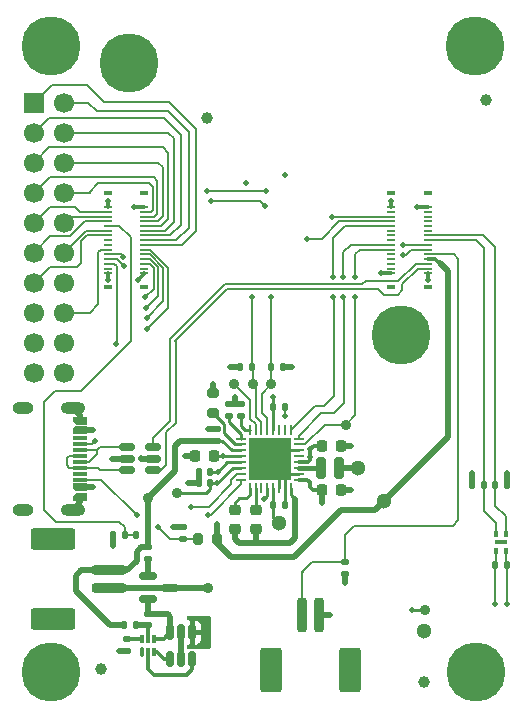
<source format=gbr>
%TF.GenerationSoftware,KiCad,Pcbnew,9.0.4-9.0.4-0~ubuntu24.04.1*%
%TF.CreationDate,2025-09-20T20:46:35+02:00*%
%TF.ProjectId,Sensor_Node_Base,53656e73-6f72-45f4-9e6f-64655f426173,rev?*%
%TF.SameCoordinates,Original*%
%TF.FileFunction,Copper,L1,Top*%
%TF.FilePolarity,Positive*%
%FSLAX46Y46*%
G04 Gerber Fmt 4.6, Leading zero omitted, Abs format (unit mm)*
G04 Created by KiCad (PCBNEW 9.0.4-9.0.4-0~ubuntu24.04.1) date 2025-09-20 20:46:35*
%MOMM*%
%LPD*%
G01*
G04 APERTURE LIST*
G04 Aperture macros list*
%AMRoundRect*
0 Rectangle with rounded corners*
0 $1 Rounding radius*
0 $2 $3 $4 $5 $6 $7 $8 $9 X,Y pos of 4 corners*
0 Add a 4 corners polygon primitive as box body*
4,1,4,$2,$3,$4,$5,$6,$7,$8,$9,$2,$3,0*
0 Add four circle primitives for the rounded corners*
1,1,$1+$1,$2,$3*
1,1,$1+$1,$4,$5*
1,1,$1+$1,$6,$7*
1,1,$1+$1,$8,$9*
0 Add four rect primitives between the rounded corners*
20,1,$1+$1,$2,$3,$4,$5,0*
20,1,$1+$1,$4,$5,$6,$7,0*
20,1,$1+$1,$6,$7,$8,$9,0*
20,1,$1+$1,$8,$9,$2,$3,0*%
%AMOutline5P*
0 Free polygon, 5 corners , with rotation*
0 The origin of the aperture is its center*
0 number of corners: always 5*
0 $1 to $10 corner X, Y*
0 $11 Rotation angle, in degrees counterclockwise*
0 create outline with 5 corners*
4,1,5,$1,$2,$3,$4,$5,$6,$7,$8,$9,$10,$1,$2,$11*%
%AMOutline6P*
0 Free polygon, 6 corners , with rotation*
0 The origin of the aperture is its center*
0 number of corners: always 6*
0 $1 to $12 corner X, Y*
0 $13 Rotation angle, in degrees counterclockwise*
0 create outline with 6 corners*
4,1,6,$1,$2,$3,$4,$5,$6,$7,$8,$9,$10,$11,$12,$1,$2,$13*%
%AMOutline7P*
0 Free polygon, 7 corners , with rotation*
0 The origin of the aperture is its center*
0 number of corners: always 7*
0 $1 to $14 corner X, Y*
0 $15 Rotation angle, in degrees counterclockwise*
0 create outline with 7 corners*
4,1,7,$1,$2,$3,$4,$5,$6,$7,$8,$9,$10,$11,$12,$13,$14,$1,$2,$15*%
%AMOutline8P*
0 Free polygon, 8 corners , with rotation*
0 The origin of the aperture is its center*
0 number of corners: always 8*
0 $1 to $16 corner X, Y*
0 $17 Rotation angle, in degrees counterclockwise*
0 create outline with 8 corners*
4,1,8,$1,$2,$3,$4,$5,$6,$7,$8,$9,$10,$11,$12,$13,$14,$15,$16,$1,$2,$17*%
G04 Aperture macros list end*
%TA.AperFunction,ComponentPad*%
%ADD10R,1.700000X1.700000*%
%TD*%
%TA.AperFunction,ComponentPad*%
%ADD11C,1.700000*%
%TD*%
%TA.AperFunction,SMDPad,CuDef*%
%ADD12RoundRect,0.200000X-0.200000X-1.250000X0.200000X-1.250000X0.200000X1.250000X-0.200000X1.250000X0*%
%TD*%
%TA.AperFunction,SMDPad,CuDef*%
%ADD13RoundRect,0.250000X-0.650000X-1.650000X0.650000X-1.650000X0.650000X1.650000X-0.650000X1.650000X0*%
%TD*%
%TA.AperFunction,SMDPad,CuDef*%
%ADD14RoundRect,0.135000X0.135000X0.185000X-0.135000X0.185000X-0.135000X-0.185000X0.135000X-0.185000X0*%
%TD*%
%TA.AperFunction,SMDPad,CuDef*%
%ADD15C,0.900000*%
%TD*%
%TA.AperFunction,SMDPad,CuDef*%
%ADD16RoundRect,0.135000X-0.185000X0.135000X-0.185000X-0.135000X0.185000X-0.135000X0.185000X0.135000X0*%
%TD*%
%TA.AperFunction,SMDPad,CuDef*%
%ADD17RoundRect,0.225000X0.225000X0.250000X-0.225000X0.250000X-0.225000X-0.250000X0.225000X-0.250000X0*%
%TD*%
%TA.AperFunction,SMDPad,CuDef*%
%ADD18RoundRect,0.150000X0.512500X0.150000X-0.512500X0.150000X-0.512500X-0.150000X0.512500X-0.150000X0*%
%TD*%
%TA.AperFunction,SMDPad,CuDef*%
%ADD19RoundRect,0.135000X-0.135000X-0.185000X0.135000X-0.185000X0.135000X0.185000X-0.135000X0.185000X0*%
%TD*%
%TA.AperFunction,SMDPad,CuDef*%
%ADD20R,0.700000X0.200000*%
%TD*%
%TA.AperFunction,ComponentPad*%
%ADD21C,0.800000*%
%TD*%
%TA.AperFunction,ComponentPad*%
%ADD22C,5.000000*%
%TD*%
%TA.AperFunction,SMDPad,CuDef*%
%ADD23R,0.660000X0.350000*%
%TD*%
%TA.AperFunction,SMDPad,CuDef*%
%ADD24R,0.700000X0.350000*%
%TD*%
%TA.AperFunction,SMDPad,CuDef*%
%ADD25RoundRect,0.140000X0.170000X-0.140000X0.170000X0.140000X-0.170000X0.140000X-0.170000X-0.140000X0*%
%TD*%
%TA.AperFunction,SMDPad,CuDef*%
%ADD26RoundRect,0.135000X0.185000X-0.135000X0.185000X0.135000X-0.185000X0.135000X-0.185000X-0.135000X0*%
%TD*%
%TA.AperFunction,SMDPad,CuDef*%
%ADD27RoundRect,0.225000X-0.225000X-0.250000X0.225000X-0.250000X0.225000X0.250000X-0.225000X0.250000X0*%
%TD*%
%TA.AperFunction,SMDPad,CuDef*%
%ADD28RoundRect,0.062500X0.337500X0.062500X-0.337500X0.062500X-0.337500X-0.062500X0.337500X-0.062500X0*%
%TD*%
%TA.AperFunction,SMDPad,CuDef*%
%ADD29RoundRect,0.062500X0.062500X0.337500X-0.062500X0.337500X-0.062500X-0.337500X0.062500X-0.337500X0*%
%TD*%
%TA.AperFunction,HeatsinkPad*%
%ADD30C,0.500000*%
%TD*%
%TA.AperFunction,HeatsinkPad*%
%ADD31R,3.600000X3.600000*%
%TD*%
%TA.AperFunction,SMDPad,CuDef*%
%ADD32RoundRect,0.140000X-0.140000X-0.170000X0.140000X-0.170000X0.140000X0.170000X-0.140000X0.170000X0*%
%TD*%
%TA.AperFunction,SMDPad,CuDef*%
%ADD33C,1.000000*%
%TD*%
%TA.AperFunction,SMDPad,CuDef*%
%ADD34RoundRect,0.200000X-1.250000X0.200000X-1.250000X-0.200000X1.250000X-0.200000X1.250000X0.200000X0*%
%TD*%
%TA.AperFunction,SMDPad,CuDef*%
%ADD35RoundRect,0.250000X-1.650000X0.650000X-1.650000X-0.650000X1.650000X-0.650000X1.650000X0.650000X0*%
%TD*%
%TA.AperFunction,SMDPad,CuDef*%
%ADD36RoundRect,0.218750X-0.256250X0.218750X-0.256250X-0.218750X0.256250X-0.218750X0.256250X0.218750X0*%
%TD*%
%TA.AperFunction,SMDPad,CuDef*%
%ADD37RoundRect,0.140000X0.140000X0.170000X-0.140000X0.170000X-0.140000X-0.170000X0.140000X-0.170000X0*%
%TD*%
%TA.AperFunction,SMDPad,CuDef*%
%ADD38RoundRect,0.200000X-0.200000X0.700000X-0.200000X-0.700000X0.200000X-0.700000X0.200000X0.700000X0*%
%TD*%
%TA.AperFunction,SMDPad,CuDef*%
%ADD39Outline5P,-0.300000X0.575000X0.300000X0.575000X0.300000X-0.365000X0.090000X-0.575000X-0.300000X-0.575000X270.000000*%
%TD*%
%TA.AperFunction,SMDPad,CuDef*%
%ADD40Outline5P,-0.300000X0.620000X0.300000X0.620000X0.300000X-0.620000X-0.090000X-0.620000X-0.300000X-0.410000X270.000000*%
%TD*%
%TA.AperFunction,SMDPad,CuDef*%
%ADD41R,1.240000X0.300000*%
%TD*%
%TA.AperFunction,SMDPad,CuDef*%
%ADD42Outline5P,-0.300000X0.620000X0.300000X0.620000X0.300000X-0.410000X0.090000X-0.620000X-0.300000X-0.620000X270.000000*%
%TD*%
%TA.AperFunction,SMDPad,CuDef*%
%ADD43Outline5P,-0.300000X0.575000X0.300000X0.575000X0.300000X-0.575000X-0.090000X-0.575000X-0.300000X-0.365000X270.000000*%
%TD*%
%TA.AperFunction,ComponentPad*%
%ADD44O,2.100000X1.000000*%
%TD*%
%TA.AperFunction,ComponentPad*%
%ADD45O,1.800000X1.000000*%
%TD*%
%TA.AperFunction,ComponentPad*%
%ADD46C,1.300000*%
%TD*%
%TA.AperFunction,SMDPad,CuDef*%
%ADD47RoundRect,0.200000X0.200000X0.275000X-0.200000X0.275000X-0.200000X-0.275000X0.200000X-0.275000X0*%
%TD*%
%TA.AperFunction,SMDPad,CuDef*%
%ADD48RoundRect,0.070000X-0.070000X-0.355000X0.070000X-0.355000X0.070000X0.355000X-0.070000X0.355000X0*%
%TD*%
%TA.AperFunction,SMDPad,CuDef*%
%ADD49RoundRect,0.070000X-0.070000X-0.305000X0.070000X-0.305000X0.070000X0.305000X-0.070000X0.305000X0*%
%TD*%
%TA.AperFunction,SMDPad,CuDef*%
%ADD50RoundRect,0.150000X-0.587500X-0.150000X0.587500X-0.150000X0.587500X0.150000X-0.587500X0.150000X0*%
%TD*%
%TA.AperFunction,SMDPad,CuDef*%
%ADD51R,0.300000X0.500000*%
%TD*%
%TA.AperFunction,ComponentPad*%
%ADD52C,0.400000*%
%TD*%
%TA.AperFunction,SMDPad,CuDef*%
%ADD53RoundRect,0.100000X0.400000X0.100000X-0.400000X0.100000X-0.400000X-0.100000X0.400000X-0.100000X0*%
%TD*%
%TA.AperFunction,SMDPad,CuDef*%
%ADD54RoundRect,0.200000X0.275000X-0.200000X0.275000X0.200000X-0.275000X0.200000X-0.275000X-0.200000X0*%
%TD*%
%TA.AperFunction,SMDPad,CuDef*%
%ADD55RoundRect,0.150000X-0.150000X0.512500X-0.150000X-0.512500X0.150000X-0.512500X0.150000X0.512500X0*%
%TD*%
%TA.AperFunction,ViaPad*%
%ADD56C,0.500000*%
%TD*%
%TA.AperFunction,Conductor*%
%ADD57C,0.150000*%
%TD*%
%TA.AperFunction,Conductor*%
%ADD58C,0.250000*%
%TD*%
%TA.AperFunction,Conductor*%
%ADD59C,0.500000*%
%TD*%
%TA.AperFunction,Conductor*%
%ADD60C,0.300000*%
%TD*%
%TA.AperFunction,Conductor*%
%ADD61C,0.200000*%
%TD*%
%TA.AperFunction,Conductor*%
%ADD62C,0.390000*%
%TD*%
G04 APERTURE END LIST*
D10*
%TO.P,J201,1,Pin_1*%
%TO.N,P1.08*%
X123700000Y-86610000D03*
D11*
%TO.P,J201,2,Pin_2*%
%TO.N,P0.30*%
X126240000Y-86610000D03*
%TO.P,J201,3,Pin_3*%
%TO.N,P0.28*%
X123700000Y-89150000D03*
%TO.P,J201,4,Pin_4*%
%TO.N,P0.03*%
X126240000Y-89150000D03*
%TO.P,J201,5,Pin_5*%
%TO.N,P1.14*%
X123700000Y-91690000D03*
%TO.P,J201,6,Pin_6*%
%TO.N,P1.12*%
X126240000Y-91690000D03*
%TO.P,J201,7,Pin_7*%
%TO.N,P1.11*%
X123700000Y-94230000D03*
%TO.P,J201,8,Pin_8*%
%TO.N,P0.10*%
X126240000Y-94230000D03*
%TO.P,J201,9,Pin_9*%
%TO.N,P1.10*%
X123700000Y-96770000D03*
%TO.P,J201,10,Pin_10*%
%TO.N,P1.13*%
X126240000Y-96770000D03*
%TO.P,J201,11,Pin_11*%
%TO.N,P1.15*%
X123700000Y-99310000D03*
%TO.P,J201,12,Pin_12*%
%TO.N,P0.29*%
X126240000Y-99310000D03*
%TO.P,J201,13,Pin_13*%
%TO.N,P0.31*%
X123700000Y-101850000D03*
%TO.P,J201,14,Pin_14*%
%TO.N,unconnected-(J201-Pin_14-Pad14)*%
X126240000Y-101850000D03*
%TO.P,J201,15,Pin_15*%
%TO.N,unconnected-(J201-Pin_15-Pad15)*%
X123700000Y-104390000D03*
%TO.P,J201,16,Pin_16*%
%TO.N,P0.26*%
X126240000Y-104390000D03*
%TO.P,J201,17,Pin_17*%
%TO.N,P0.11*%
X123700000Y-106930000D03*
%TO.P,J201,18,Pin_18*%
%TO.N,P0.27*%
X126240000Y-106930000D03*
%TO.P,J201,19,Pin_19*%
%TO.N,P0.05*%
X123700000Y-109470000D03*
%TO.P,J201,20,Pin_20*%
%TO.N,P0.06*%
X126240000Y-109470000D03*
%TD*%
D12*
%TO.P,CON102,1,Pin_1*%
%TO.N,/MCU/NRF_EXT_INT*%
X146330000Y-129980000D03*
%TO.P,CON102,2,Pin_2*%
%TO.N,GND*%
X147830000Y-129980000D03*
D13*
%TO.P,CON102,SH,MountPin*%
%TO.N,unconnected-(CON102-MountPin-PadSH)*%
X143730000Y-134680000D03*
X150430000Y-134680000D03*
%TD*%
D14*
%TO.P,R207,1*%
%TO.N,/MCU/+1.8V_LS1*%
X163720000Y-119000000D03*
%TO.P,R207,2*%
%TO.N,NRF_I2C_SDA*%
X162700000Y-119000000D03*
%TD*%
D15*
%TO.P,TP302,1,1*%
%TO.N,/MCU/+3.7V_BAT*%
X133340000Y-120120000D03*
%TD*%
D16*
%TO.P,R301,1*%
%TO.N,/MCU/+3.7V_BAT*%
X133330000Y-124250000D03*
%TO.P,R301,2*%
%TO.N,Net-(T301-G)*%
X133330000Y-125270000D03*
%TD*%
D17*
%TO.P,C306,1*%
%TO.N,/POWER/VSYS*%
X138880000Y-116560000D03*
%TO.P,C306,2*%
%TO.N,GND*%
X137330000Y-116560000D03*
%TD*%
D16*
%TO.P,R302,1*%
%TO.N,Net-(IC301-V-)*%
X131590000Y-132020000D03*
%TO.P,R302,2*%
%TO.N,GND*%
X131590000Y-133040000D03*
%TD*%
D14*
%TO.P,R210,1*%
%TO.N,/MCU/+3.7V_BAT*%
X133310000Y-123260000D03*
%TO.P,R210,2*%
%TO.N,3.7V_BAT_Sense*%
X132290000Y-123260000D03*
%TD*%
D18*
%TO.P,D101,1,I/O1*%
%TO.N,/MCU/USB_D+*%
X133787500Y-117712500D03*
%TO.P,D101,2,GND*%
%TO.N,GND*%
X133787500Y-116762500D03*
%TO.P,D101,3,I/O2*%
%TO.N,/MCU/USB_D-*%
X133787500Y-115812500D03*
%TO.P,D101,4,I/O2*%
%TO.N,Net-(CON101-D--PadA7)*%
X131512500Y-115812500D03*
%TO.P,D101,5,VBUS*%
%TO.N,/POWER/+5V_VBUSIN*%
X131512500Y-116762500D03*
%TO.P,D101,6,I/O1*%
%TO.N,Net-(CON101-D+-PadA6)*%
X131512500Y-117712500D03*
%TD*%
D19*
%TO.P,R208,1*%
%TO.N,/MCU/+1.8V_VDD_nRF*%
X141140000Y-109000000D03*
%TO.P,R208,2*%
%TO.N,/MCU/NRF_PMIC_SCL*%
X142160000Y-109000000D03*
%TD*%
D20*
%TO.P,M201,1,VDD*%
%TO.N,/MCU/+1.8V_VDD_nRF*%
X133000000Y-95470000D03*
D21*
%TO.P,M201,2,GND*%
%TO.N,GND*%
X129885000Y-83270000D03*
D20*
X129920000Y-95470000D03*
D21*
X130434175Y-81944175D03*
X130434175Y-84595825D03*
X131760000Y-81395000D03*
D22*
X131760000Y-83270000D03*
D21*
X131760000Y-85145000D03*
X133085825Y-81944175D03*
X133085825Y-84595825D03*
X133635000Y-83270000D03*
X152885000Y-106270000D03*
X153434175Y-104944175D03*
X153434175Y-107595825D03*
X154760000Y-104395000D03*
D22*
X154760000Y-106270000D03*
D21*
X154760000Y-108145000D03*
X156085825Y-104944175D03*
X156085825Y-107595825D03*
X156635000Y-106270000D03*
D20*
%TO.P,M201,3,P0.10*%
%TO.N,P0.10*%
X133000000Y-95870000D03*
%TO.P,M201,4,P1.10*%
%TO.N,P1.10*%
X129920000Y-95870000D03*
%TO.P,M201,5,P1.11*%
%TO.N,P1.11*%
X133000000Y-96270000D03*
%TO.P,M201,6,P1.13*%
%TO.N,P1.13*%
X129920000Y-96270000D03*
%TO.P,M201,7,P1.12*%
%TO.N,P1.12*%
X133000000Y-96670000D03*
%TO.P,M201,8,P1.15*%
%TO.N,P1.15*%
X129920000Y-96670000D03*
%TO.P,M201,9,P1.14*%
%TO.N,P1.14*%
X133000000Y-97070000D03*
%TO.P,M201,10,P0.02*%
%TO.N,3.7V_BAT_Sense*%
X129920000Y-97070000D03*
%TO.P,M201,11,P0.03*%
%TO.N,P0.03*%
X133000000Y-97470000D03*
%TO.P,M201,12,P0.29*%
%TO.N,P0.29*%
X129920000Y-97470000D03*
%TO.P,M201,13,P0.28*%
%TO.N,P0.28*%
X133000000Y-97870000D03*
%TO.P,M201,14,P0.31*%
%TO.N,P0.31*%
X129920000Y-97870000D03*
%TO.P,M201,15,P0.30*%
%TO.N,P0.30*%
X133000000Y-98270000D03*
%TO.P,M201,16,NC*%
%TO.N,unconnected-(M201A-NC-Pad16)*%
X129920000Y-98270000D03*
%TO.P,M201,17,P1.08*%
%TO.N,P1.08*%
X133000000Y-98670000D03*
%TO.P,M201,18,NC*%
%TO.N,unconnected-(M201A-NC-Pad18)*%
X129920000Y-98670000D03*
%TO.P,M201,19,P0.06*%
%TO.N,P0.06*%
X133000000Y-99070000D03*
%TO.P,M201,20,P0.26*%
%TO.N,P0.26*%
X129920000Y-99070000D03*
%TO.P,M201,21,P0.05*%
%TO.N,P0.05*%
X133000000Y-99470000D03*
%TO.P,M201,22,U_RX*%
%TO.N,NRF_UART_RX*%
X129920000Y-99470000D03*
%TO.P,M201,23,P0.27*%
%TO.N,P0.27*%
X133000000Y-99870000D03*
%TO.P,M201,24,U_TX*%
%TO.N,NRF_UART_TX*%
X129920000Y-99870000D03*
%TO.P,M201,25,P0.11*%
%TO.N,P0.11*%
X133000000Y-100270000D03*
%TO.P,M201,26,P0.04*%
%TO.N,P0.04*%
X129920000Y-100270000D03*
%TO.P,M201,27,NC*%
%TO.N,unconnected-(M201A-NC-Pad27)*%
X133000000Y-100670000D03*
%TO.P,M201,28,NC*%
%TO.N,unconnected-(M201A-NC-Pad28)*%
X129920000Y-100670000D03*
%TO.P,M201,29,GND*%
%TO.N,GND*%
X133000000Y-101070000D03*
%TO.P,M201,30,VDD*%
%TO.N,/MCU/+1.8V_VDD_nRF*%
X129920000Y-101070000D03*
%TO.P,M201,31,VDD*%
X157000000Y-95470000D03*
%TO.P,M201,32,GND*%
%TO.N,GND*%
X153920000Y-95470000D03*
%TO.P,M201,33,P0.09*%
%TO.N,unconnected-(M201B-P0.09-Pad33)*%
X157000000Y-95870000D03*
%TO.P,M201,34,P1.02*%
%TO.N,unconnected-(M201B-P1.02-Pad34)*%
X153920000Y-95870000D03*
%TO.P,M201,35,P1.06*%
%TO.N,unconnected-(M201B-P1.06-Pad35)*%
X157000000Y-96270000D03*
%TO.P,M201,36,SWCLK*%
%TO.N,NRF_SWCLK*%
X153920000Y-96270000D03*
%TO.P,M201,37,P1.04*%
%TO.N,unconnected-(M201B-P1.04-Pad37)*%
X157000000Y-96670000D03*
%TO.P,M201,38,SWDIO*%
%TO.N,NRF_SWDIO*%
X153920000Y-96670000D03*
%TO.P,M201,39,P1.00*%
%TO.N,unconnected-(M201B-P1.00-Pad39)*%
X157000000Y-97070000D03*
%TO.P,M201,40,P1.07*%
%TO.N,/MCU/LS1_CTRL*%
X153920000Y-97070000D03*
%TO.P,M201,41,P0.24*%
%TO.N,unconnected-(M201B-P0.24-Pad41)*%
X157000000Y-97470000D03*
%TO.P,M201,42,P1.05*%
%TO.N,unconnected-(M201B-P1.05-Pad42)*%
X153920000Y-97470000D03*
%TO.P,M201,43,P0.22*%
%TO.N,NRF_I2C_SDA*%
X157000000Y-97870000D03*
%TO.P,M201,44,P1.03*%
%TO.N,unconnected-(M201B-P1.03-Pad44)*%
X153920000Y-97870000D03*
%TO.P,M201,45,P0.20*%
%TO.N,NRF_I2C_SCL*%
X157000000Y-98270000D03*
%TO.P,M201,46,P1.01*%
%TO.N,unconnected-(M201B-P1.01-Pad46)*%
X153920000Y-98270000D03*
%TO.P,M201,47,P0.17*%
%TO.N,/MCU/NRF_PMIC_SCL*%
X157000000Y-98670000D03*
%TO.P,M201,48,P0.25*%
%TO.N,/MCU/NRF_PMIC_INT*%
X153920000Y-98670000D03*
%TO.P,M201,49,P0.15*%
%TO.N,/MCU/NRF_PMIC_SDA*%
X157000000Y-99070000D03*
%TO.P,M201,50,P0.23*%
%TO.N,/MCU/NRF_PMIC_RST*%
X153920000Y-99070000D03*
%TO.P,M201,51,P0.13*%
%TO.N,/MCU/NRF_EXT_INT*%
X157000000Y-99470000D03*
%TO.P,M201,52,P0.21*%
%TO.N,unconnected-(M201B-P0.21-Pad52)*%
X153920000Y-99470000D03*
%TO.P,M201,53,VBUS*%
%TO.N,/MCU/+5V_VBUS*%
X157000000Y-99870000D03*
%TO.P,M201,54,P0.19*%
%TO.N,unconnected-(M201B-P0.19-Pad54)*%
X153920000Y-99870000D03*
%TO.P,M201,55,USB+*%
%TO.N,/MCU/USB_D-*%
X157000000Y-100270000D03*
%TO.P,M201,56,P0.16*%
%TO.N,unconnected-(M201B-P0.16-Pad56)*%
X153920000Y-100270000D03*
%TO.P,M201,57,USB-*%
%TO.N,/MCU/USB_D+*%
X157000000Y-100670000D03*
%TO.P,M201,58,P0.14*%
%TO.N,unconnected-(M201B-P0.14-Pad58)*%
X153920000Y-100670000D03*
%TO.P,M201,59,GND*%
%TO.N,GND*%
X157000000Y-101070000D03*
%TO.P,M201,60,VDDH*%
%TO.N,/MCU/+1.8V_VDD_nRF*%
X153920000Y-101070000D03*
D23*
%TO.P,M201,SH*%
%TO.N,N/C*%
X129920000Y-94270000D03*
X129920000Y-102270000D03*
D24*
X133000000Y-94270000D03*
D23*
X133000000Y-102270000D03*
X153920000Y-94270000D03*
X153920000Y-102270000D03*
D24*
X157000000Y-94270000D03*
D23*
X157000000Y-102270000D03*
%TD*%
D15*
%TO.P,TP305,1,1*%
%TO.N,/POWER/SHPHLD*%
X140630000Y-110480000D03*
%TD*%
D25*
%TO.P,C303,1*%
%TO.N,/MCU/+3.7V_BAT*%
X139130000Y-115240000D03*
%TO.P,C303,2*%
%TO.N,GND*%
X139130000Y-114280000D03*
%TD*%
D26*
%TO.P,R205,1*%
%TO.N,/MCU/+1.8V_VDD_nRF*%
X149990000Y-126530000D03*
%TO.P,R205,2*%
%TO.N,/MCU/NRF_EXT_INT*%
X149990000Y-125510000D03*
%TD*%
%TO.P,R305,1*%
%TO.N,Net-(IC302-VSET2)*%
X141200000Y-113130000D03*
%TO.P,R305,2*%
%TO.N,GND*%
X141200000Y-112110000D03*
%TD*%
%TO.P,R304,1*%
%TO.N,Net-(IC302-VSET1)*%
X140150000Y-113130000D03*
%TO.P,R304,2*%
%TO.N,GND*%
X140150000Y-112110000D03*
%TD*%
D27*
%TO.P,C305,1*%
%TO.N,/MCU/+1.8V_VDD_nRF*%
X148080000Y-119460000D03*
%TO.P,C305,2*%
%TO.N,GND*%
X149630000Y-119460000D03*
%TD*%
D26*
%TO.P,R202,1*%
%TO.N,P0.04*%
X136285000Y-123550000D03*
%TO.P,R202,2*%
%TO.N,GND*%
X136285000Y-122530000D03*
%TD*%
D28*
%TO.P,IC302,1,VOUT1*%
%TO.N,/MCU/+1.8V_VDD_nRF*%
X146130000Y-118560000D03*
%TO.P,IC302,2,PVSS1*%
%TO.N,GND*%
X146130000Y-118060000D03*
%TO.P,IC302,3,SW1*%
%TO.N,/POWER/SW1*%
X146130000Y-117560000D03*
%TO.P,IC302,4,PVDD*%
%TO.N,/POWER/VSYS*%
X146130000Y-117060000D03*
%TO.P,IC302,5,SW2*%
%TO.N,unconnected-(IC302-SW2-Pad5)*%
X146130000Y-116560000D03*
%TO.P,IC302,6,PVSS2*%
%TO.N,GND*%
X146130000Y-116060000D03*
%TO.P,IC302,7,GPIO0*%
%TO.N,/MCU/NRF_PMIC_RST*%
X146130000Y-115560000D03*
%TO.P,IC302,8,GPIO1*%
%TO.N,/MCU/NRF_PMIC_INT*%
X146130000Y-115060000D03*
D29*
%TO.P,IC302,9,GPIO2*%
%TO.N,/MCU/LS1_CTRL*%
X145430000Y-114360000D03*
%TO.P,IC302,10,GPIO3*%
%TO.N,unconnected-(IC302-GPIO3-Pad10)*%
X144930000Y-114360000D03*
%TO.P,IC302,11,GPIO4*%
%TO.N,unconnected-(IC302-GPIO4-Pad11)*%
X144430000Y-114360000D03*
%TO.P,IC302,12,VDDIO*%
%TO.N,/MCU/+1.8V_VDD_nRF*%
X143930000Y-114360000D03*
%TO.P,IC302,13,SDA*%
%TO.N,/MCU/NRF_PMIC_SDA*%
X143430000Y-114360000D03*
%TO.P,IC302,14,SCL*%
%TO.N,/MCU/NRF_PMIC_SCL*%
X142930000Y-114360000D03*
%TO.P,IC302,15,SHPHLD*%
%TO.N,/POWER/SHPHLD*%
X142430000Y-114360000D03*
%TO.P,IC302,16,VSET2*%
%TO.N,Net-(IC302-VSET2)*%
X141930000Y-114360000D03*
D28*
%TO.P,IC302,17,VSET1*%
%TO.N,Net-(IC302-VSET1)*%
X141230000Y-115060000D03*
%TO.P,IC302,18,NTC*%
%TO.N,/POWER/PMIC_NTC*%
X141230000Y-115560000D03*
%TO.P,IC302,19,VBAT*%
%TO.N,/MCU/+3.7V_BAT*%
X141230000Y-116060000D03*
%TO.P,IC302,20,VSYS*%
%TO.N,/POWER/VSYS*%
X141230000Y-116560000D03*
%TO.P,IC302,21,VBUS*%
%TO.N,/POWER/+5V_VBUSIN*%
X141230000Y-117060000D03*
%TO.P,IC302,22,VBUSOUT*%
%TO.N,/MCU/+5V_VBUS*%
X141230000Y-117560000D03*
%TO.P,IC302,23,CC1*%
%TO.N,/POWER/CC1*%
X141230000Y-118060000D03*
%TO.P,IC302,24,CC2*%
%TO.N,/POWER/CC2*%
X141230000Y-118560000D03*
D29*
%TO.P,IC302,25,LED0*%
%TO.N,Net-(D302-K)*%
X141930000Y-119260000D03*
%TO.P,IC302,26,LED1*%
%TO.N,Net-(D301-K)*%
X142430000Y-119260000D03*
%TO.P,IC302,27,LED2*%
%TO.N,unconnected-(IC302-LED2-Pad27)*%
X142930000Y-119260000D03*
%TO.P,IC302,28,LSIN1/VINLDO1*%
%TO.N,/MCU/+1.8V_VDD_nRF*%
X143430000Y-119260000D03*
%TO.P,IC302,29,LSOUT1/VOUTLDO1*%
%TO.N,/MCU/+1.8V_LS1*%
X143930000Y-119260000D03*
%TO.P,IC302,30,LSIN2/VINLDO2*%
%TO.N,GND*%
X144430000Y-119260000D03*
%TO.P,IC302,31,LSOUT2/VOUTLDO2*%
X144930000Y-119260000D03*
%TO.P,IC302,32,VOUT2*%
%TO.N,/POWER/VSYS*%
X145430000Y-119260000D03*
D30*
%TO.P,IC302,33,AVSS*%
%TO.N,GND*%
X144680000Y-117810000D03*
X144680000Y-116810000D03*
X144680000Y-115810000D03*
X143680000Y-117810000D03*
X143680000Y-116810000D03*
D31*
X143680000Y-116810000D03*
D30*
X143680000Y-115810000D03*
X142680000Y-117810000D03*
X142680000Y-116810000D03*
X142680000Y-115810000D03*
%TD*%
D32*
%TO.P,C304,1*%
%TO.N,/MCU/+1.8V_VDD_nRF*%
X143930000Y-112420000D03*
%TO.P,C304,2*%
%TO.N,GND*%
X144890000Y-112420000D03*
%TD*%
D14*
%TO.P,R206,1*%
%TO.N,/MCU/+1.8V_VDD_nRF*%
X144760000Y-108980000D03*
%TO.P,R206,2*%
%TO.N,/MCU/NRF_PMIC_SDA*%
X143740000Y-108980000D03*
%TD*%
D33*
%TO.P,FID104,*%
%TO.N,*%
X129320000Y-134570000D03*
%TD*%
D34*
%TO.P,CON103,1,Pin_1*%
%TO.N,/MCU/+3.7V_BAT*%
X129990000Y-126200000D03*
%TO.P,CON103,2,Pin_2*%
%TO.N,/POWER/BAT-*%
X129990000Y-127700000D03*
D35*
%TO.P,CON103,SH,MountPin*%
%TO.N,unconnected-(CON103-MountPin-PadSH)_1*%
X125290000Y-123600000D03*
X125290000Y-130300000D03*
%TD*%
D36*
%TO.P,D301,1,K*%
%TO.N,Net-(D301-K)*%
X142430000Y-121135000D03*
%TO.P,D301,2,A*%
%TO.N,/POWER/VSYS*%
X142430000Y-122710000D03*
%TD*%
D25*
%TO.P,C301,1*%
%TO.N,Net-(IC301-BAT)*%
X133340000Y-130880000D03*
%TO.P,C301,2*%
%TO.N,Net-(IC301-VSS)*%
X133340000Y-129920000D03*
%TD*%
D37*
%TO.P,C309,1*%
%TO.N,/MCU/+5V_VBUS*%
X138570000Y-118860000D03*
%TO.P,C309,2*%
%TO.N,GND*%
X137610000Y-118860000D03*
%TD*%
%TO.P,C302,1*%
%TO.N,/POWER/+5V_VBUSIN*%
X138570000Y-117860000D03*
%TO.P,C302,2*%
%TO.N,GND*%
X137610000Y-117860000D03*
%TD*%
D32*
%TO.P,C221,1*%
%TO.N,/MCU/+1.8V_LS1*%
X162720000Y-125750000D03*
%TO.P,C221,2*%
%TO.N,GND*%
X163680000Y-125750000D03*
%TD*%
D21*
%TO.P,MH103,1*%
%TO.N,GND*%
X159155000Y-81855825D03*
X159704175Y-80530000D03*
X159704175Y-83181650D03*
X161030000Y-79980825D03*
D22*
X161030000Y-81855825D03*
D21*
X161030000Y-83730825D03*
X162355825Y-80530000D03*
X162355825Y-83181650D03*
X162905000Y-81855825D03*
%TD*%
D15*
%TO.P,TP204,1,1*%
%TO.N,/MCU/NRF_PMIC_SDA*%
X143770000Y-110480000D03*
%TD*%
D21*
%TO.P,MH101,1*%
%TO.N,GND*%
X123245000Y-81865825D03*
X123794175Y-80540000D03*
X123794175Y-83191650D03*
X125120000Y-79990825D03*
D22*
X125120000Y-81865825D03*
D21*
X125120000Y-83740825D03*
X126445825Y-80540000D03*
X126445825Y-83191650D03*
X126995000Y-81865825D03*
%TD*%
D38*
%TO.P,L301,1*%
%TO.N,/MCU/+1.8V_VDD_nRF*%
X149505000Y-117560000D03*
%TO.P,L301,2*%
%TO.N,/POWER/SW1*%
X148005000Y-117560000D03*
%TD*%
D15*
%TO.P,TP304,1,1*%
%TO.N,/MCU/NRF_PMIC_RST*%
X150080000Y-113910000D03*
%TD*%
D36*
%TO.P,D302,1,K*%
%TO.N,Net-(D302-K)*%
X140660000Y-121135000D03*
%TO.P,D302,2,A*%
%TO.N,/POWER/VSYS*%
X140660000Y-122710000D03*
%TD*%
D15*
%TO.P,TP310,1,1*%
%TO.N,/MCU/+5V_VBUS*%
X135750000Y-119660000D03*
%TD*%
%TO.P,TP301,1,1*%
%TO.N,/POWER/BAT-*%
X138385000Y-127700500D03*
%TD*%
D39*
%TO.P,CON101,A1,GND*%
%TO.N,GND*%
X127600000Y-113580000D03*
D40*
%TO.P,CON101,A4,VBUS*%
%TO.N,/POWER/+5V_VBUSIN*%
X127550000Y-114380000D03*
D41*
%TO.P,CON101,A5,CC1*%
%TO.N,/POWER/CC1*%
X127550000Y-115530000D03*
%TO.P,CON101,A6,D+*%
%TO.N,Net-(CON101-D+-PadA6)*%
X127550000Y-116530000D03*
%TO.P,CON101,A7,D-*%
%TO.N,Net-(CON101-D--PadA7)*%
X127550000Y-117030000D03*
%TO.P,CON101,A8,SBU1*%
%TO.N,unconnected-(CON101-SBU1-PadA8)*%
X127550000Y-118030000D03*
D42*
%TO.P,CON101,A9,VBUS*%
%TO.N,/POWER/+5V_VBUSIN*%
X127550000Y-119180000D03*
D43*
%TO.P,CON101,A12,GND*%
%TO.N,GND*%
X127600000Y-119980000D03*
%TO.P,CON101,B1,GND*%
X127600000Y-119980000D03*
D42*
%TO.P,CON101,B4,VBUS*%
%TO.N,/POWER/+5V_VBUSIN*%
X127550000Y-119180000D03*
D41*
%TO.P,CON101,B5,CC2*%
%TO.N,/POWER/CC2*%
X127550000Y-118530000D03*
%TO.P,CON101,B6,D+*%
%TO.N,Net-(CON101-D+-PadA6)*%
X127550000Y-117530000D03*
%TO.P,CON101,B7,D-*%
%TO.N,Net-(CON101-D--PadA7)*%
X127550000Y-116030000D03*
%TO.P,CON101,B8,SBU2*%
%TO.N,unconnected-(CON101-SBU2-PadB8)*%
X127550000Y-115030000D03*
D40*
%TO.P,CON101,B9,VBUS*%
%TO.N,/POWER/+5V_VBUSIN*%
X127550000Y-114380000D03*
D39*
%TO.P,CON101,B12,GND*%
%TO.N,GND*%
X127600000Y-113580000D03*
D44*
%TO.P,CON101,S1,SHIELD*%
X126950000Y-112460000D03*
D45*
X122750000Y-112460000D03*
D44*
X126950000Y-121100000D03*
D45*
X122750000Y-121100000D03*
%TD*%
D19*
%TO.P,R204,1*%
%TO.N,/MCU/+1.8V_LS1*%
X160750000Y-119000000D03*
%TO.P,R204,2*%
%TO.N,NRF_I2C_SCL*%
X161770000Y-119000000D03*
%TD*%
D15*
%TO.P,TP306,1,1*%
%TO.N,/MCU/+1.8V_VDD_nRF*%
X156760000Y-129560000D03*
%TD*%
D14*
%TO.P,R211,1*%
%TO.N,3.7V_BAT_Sense*%
X131350000Y-123270000D03*
%TO.P,R211,2*%
%TO.N,GND*%
X130330000Y-123270000D03*
%TD*%
D46*
%TO.P,TP309,1,1*%
%TO.N,/MCU/+1.8V_LS1*%
X144390000Y-122230000D03*
%TD*%
D47*
%TO.P,R201,1*%
%TO.N,/MCU/+5V_VBUS*%
X139175000Y-123550000D03*
%TO.P,R201,2*%
%TO.N,P0.04*%
X137525000Y-123550000D03*
%TD*%
D46*
%TO.P,TP308,1,1*%
%TO.N,/MCU/+1.8V_VDD_nRF*%
X151130000Y-117560000D03*
%TD*%
D48*
%TO.P,IC301,1,NC*%
%TO.N,unconnected-(IC301-NC-Pad1)*%
X132840000Y-133125000D03*
D49*
%TO.P,IC301,2,Cout*%
%TO.N,Net-(IC301-Cout)*%
X133340000Y-133175000D03*
%TO.P,IC301,3,Dout*%
%TO.N,Net-(IC301-Dout)*%
X133840000Y-133175000D03*
%TO.P,IC301,4,VSS*%
%TO.N,Net-(IC301-VSS)*%
X133840000Y-132025000D03*
%TO.P,IC301,5,BAT*%
%TO.N,Net-(IC301-BAT)*%
X133340000Y-132025000D03*
%TO.P,IC301,6,V-*%
%TO.N,Net-(IC301-V-)*%
X132840000Y-132025000D03*
%TD*%
D33*
%TO.P,FID103,*%
%TO.N,*%
X156710000Y-135660000D03*
%TD*%
D21*
%TO.P,MH102,1*%
%TO.N,GND*%
X159245000Y-134855825D03*
X159794175Y-133530000D03*
X159794175Y-136181650D03*
X161120000Y-132980825D03*
D22*
X161120000Y-134855825D03*
D21*
X161120000Y-136730825D03*
X162445825Y-133530000D03*
X162445825Y-136181650D03*
X162995000Y-134855825D03*
%TD*%
D15*
%TO.P,TP205,1,1*%
%TO.N,/MCU/NRF_PMIC_SCL*%
X142190000Y-110480000D03*
%TD*%
D50*
%TO.P,T301,1,G*%
%TO.N,Net-(T301-G)*%
X133335000Y-126738000D03*
%TO.P,T301,2,S*%
%TO.N,Net-(IC301-VSS)*%
X133335000Y-128638000D03*
%TO.P,T301,3,D*%
%TO.N,/POWER/BAT-*%
X135210000Y-127688000D03*
%TD*%
D51*
%TO.P,IC202,1,SDA*%
%TO.N,NRF_I2C_SDA*%
X163600000Y-123150000D03*
%TO.P,IC202,2,SCL*%
%TO.N,NRF_I2C_SCL*%
X162800000Y-123150000D03*
%TO.P,IC202,3,VDD*%
%TO.N,/MCU/+1.8V_LS1*%
X162800000Y-124550000D03*
%TO.P,IC202,4,VSS*%
%TO.N,GND*%
X163600000Y-124550000D03*
D52*
%TO.P,IC202,5,THPAD*%
%TO.N,unconnected-(IC202-THPAD-Pad5)_1*%
X163500000Y-123850000D03*
D53*
X163200000Y-123850000D03*
D52*
X162900000Y-123850000D03*
%TD*%
D46*
%TO.P,TP303,1,1*%
%TO.N,GND*%
X156710000Y-131380000D03*
%TD*%
D27*
%TO.P,C308,1*%
%TO.N,/POWER/VSYS*%
X148080000Y-115660000D03*
%TO.P,C308,2*%
%TO.N,GND*%
X149630000Y-115660000D03*
%TD*%
D33*
%TO.P,FID101,*%
%TO.N,*%
X138330000Y-87960000D03*
%TD*%
D46*
%TO.P,TP307,1,1*%
%TO.N,/MCU/+5V_VBUS*%
X153350000Y-120350000D03*
%TD*%
D32*
%TO.P,C307,1*%
%TO.N,/MCU/+1.8V_LS1*%
X143930000Y-120660000D03*
%TO.P,C307,2*%
%TO.N,GND*%
X144890000Y-120660000D03*
%TD*%
D33*
%TO.P,FID102,*%
%TO.N,*%
X161930000Y-86380000D03*
%TD*%
D54*
%TO.P,R306,1*%
%TO.N,/POWER/PMIC_NTC*%
X138850000Y-112895000D03*
%TO.P,R306,2*%
%TO.N,GND*%
X138850000Y-111245000D03*
%TD*%
D55*
%TO.P,T302,1,S1*%
%TO.N,GND*%
X137090000Y-131475000D03*
%TO.P,T302,2,D1/D2*%
%TO.N,Net-(T302-D1{slash}D2-Pad2)*%
X136140000Y-131475000D03*
%TO.P,T302,3,S2*%
%TO.N,Net-(IC301-VSS)*%
X135190000Y-131475000D03*
%TO.P,T302,4,G2*%
%TO.N,Net-(IC301-Dout)*%
X135190000Y-133750000D03*
%TO.P,T302,5,D1/D2*%
%TO.N,Net-(T302-D1{slash}D2-Pad2)*%
X136140000Y-133750000D03*
%TO.P,T302,6,G1*%
%TO.N,Net-(IC301-Cout)*%
X137090000Y-133750000D03*
%TD*%
D21*
%TO.P,MH104,1*%
%TO.N,GND*%
X123245000Y-134855825D03*
X123794175Y-133530000D03*
X123794175Y-136181650D03*
X125120000Y-132980825D03*
D22*
X125120000Y-134855825D03*
D21*
X125120000Y-136730825D03*
X126445825Y-133530000D03*
X126445825Y-136181650D03*
X126995000Y-134855825D03*
%TD*%
D19*
%TO.P,R303,1*%
%TO.N,/MCU/+3.7V_BAT*%
X131330000Y-130850000D03*
%TO.P,R303,2*%
%TO.N,Net-(IC301-BAT)*%
X132350000Y-130850000D03*
%TD*%
D56*
%TO.N,/MCU/+1.8V_LS1*%
X160750000Y-118000000D03*
X162720000Y-129070000D03*
X163720000Y-118000000D03*
%TO.N,GND*%
X136480000Y-116560000D03*
X153920000Y-94970000D03*
X130330000Y-124120000D03*
X141610000Y-93410000D03*
X138320000Y-130400000D03*
X150480000Y-119460000D03*
X138320000Y-131460000D03*
X132500000Y-101620000D03*
X132700000Y-116750000D03*
X163680000Y-129060000D03*
X137090000Y-132560000D03*
X129920000Y-94910000D03*
X135430000Y-122530000D03*
X130840000Y-133040000D03*
X137090000Y-130400000D03*
X138420000Y-114280000D03*
X148730500Y-129985000D03*
X144890000Y-113190000D03*
X136750000Y-118860000D03*
X138320000Y-132560000D03*
X157000000Y-101610000D03*
X150480000Y-115660000D03*
X138850000Y-110450000D03*
X140680000Y-111570000D03*
%TO.N,/POWER/+5V_VBUSIN*%
X128670000Y-119180000D03*
X130320000Y-116760000D03*
X139250000Y-117860000D03*
X128670000Y-114380000D03*
%TO.N,/MCU/+1.8V_VDD_nRF*%
X144920000Y-92720000D03*
X148080000Y-120490000D03*
X132100000Y-95480000D03*
X145480000Y-108980000D03*
X143930000Y-111560000D03*
X143130000Y-120210000D03*
X129920000Y-101610000D03*
X149990000Y-127260000D03*
X155680000Y-129560000D03*
X156110000Y-95470000D03*
X140310000Y-109000000D03*
X153020000Y-101070000D03*
%TO.N,/POWER/VSYS*%
X145780000Y-120160000D03*
X147080000Y-116660000D03*
X139660000Y-116560000D03*
X147080000Y-115960000D03*
%TO.N,/POWER/CC2*%
X132370000Y-121520000D03*
X138380000Y-121520000D03*
%TO.N,/POWER/CC1*%
X128850000Y-115250000D03*
X136960000Y-120830000D03*
%TO.N,NRF_SWCLK*%
X148890000Y-96270000D03*
%TO.N,NRF_SWDIO*%
X146820000Y-98136450D03*
%TO.N,NRF_UART_TX*%
X131270000Y-100480000D03*
X138670000Y-94920000D03*
X143270000Y-95340000D03*
%TO.N,NRF_UART_RX*%
X143280000Y-94080000D03*
X138280000Y-94080000D03*
X131250000Y-99670000D03*
%TO.N,/MCU/LS1_CTRL*%
X149020000Y-103090000D03*
X149020000Y-101360000D03*
%TO.N,/MCU/NRF_PMIC_SDA*%
X143740000Y-103040000D03*
X154930000Y-99520000D03*
%TO.N,/MCU/NRF_PMIC_SCL*%
X142160000Y-103090000D03*
X154930000Y-98670000D03*
%TO.N,/MCU/NRF_PMIC_INT*%
X149870000Y-101360000D03*
X149870000Y-103090000D03*
%TO.N,P0.27*%
X133190000Y-103970000D03*
%TO.N,P0.06*%
X133260000Y-105780000D03*
%TO.N,P0.11*%
X133100000Y-103090000D03*
%TO.N,P0.05*%
X133240000Y-104820000D03*
%TO.N,/MCU/+5V_VBUS*%
X139190000Y-118860000D03*
X139190000Y-122270000D03*
%TO.N,/MCU/NRF_PMIC_RST*%
X150860000Y-103090000D03*
X150870000Y-101370000D03*
%TO.N,P0.04*%
X130640000Y-107060000D03*
X134190000Y-122530000D03*
%TD*%
D57*
%TO.N,/MCU/+1.8V_LS1*%
X162720000Y-129070000D02*
X162720000Y-125750000D01*
D58*
X143930000Y-120660000D02*
X143930000Y-121770000D01*
X143930000Y-121770000D02*
X144390000Y-122230000D01*
D59*
X163720000Y-118000000D02*
X163720000Y-119000000D01*
D58*
X143930000Y-120660000D02*
X143930000Y-119260000D01*
D57*
X162800000Y-125670000D02*
X162800000Y-124550000D01*
X162720000Y-125750000D02*
X162800000Y-125670000D01*
D59*
X160750000Y-119000000D02*
X160750000Y-118000000D01*
%TO.N,GND*%
X137610000Y-117860000D02*
X137610000Y-118860000D01*
D57*
X163680000Y-125750000D02*
X163680000Y-129060000D01*
D59*
X131590000Y-133040000D02*
X130840000Y-133040000D01*
D58*
X144430000Y-116060000D02*
X143680000Y-116810000D01*
X146130000Y-116060000D02*
X144430000Y-116060000D01*
D60*
X133000000Y-101070000D02*
X133000000Y-101120000D01*
D59*
X140680000Y-111570000D02*
X140680000Y-112110000D01*
X127600000Y-119980000D02*
X127600000Y-120450000D01*
X132712500Y-116762500D02*
X132700000Y-116750000D01*
X133787500Y-116762500D02*
X132712500Y-116762500D01*
D60*
X129920000Y-95470000D02*
X129920000Y-94910000D01*
D58*
X144430000Y-119260000D02*
X144430000Y-117560000D01*
D59*
X137610000Y-118860000D02*
X136750000Y-118860000D01*
D60*
X133000000Y-101120000D02*
X132500000Y-101620000D01*
D58*
X146130000Y-118060000D02*
X144930000Y-118060000D01*
D59*
X136285000Y-122530000D02*
X135430000Y-122530000D01*
X126950000Y-112460000D02*
X127600000Y-113110000D01*
D58*
X144430000Y-117560000D02*
X143680000Y-116810000D01*
D59*
X137330000Y-116560000D02*
X136480000Y-116560000D01*
D58*
X144930000Y-118060000D02*
X144680000Y-117810000D01*
D59*
X140150000Y-112110000D02*
X140680000Y-112110000D01*
X138850000Y-111245000D02*
X138850000Y-110450000D01*
X149630000Y-119460000D02*
X150480000Y-119460000D01*
D58*
X144930000Y-119260000D02*
X144930000Y-118060000D01*
D59*
X130330000Y-123270000D02*
X130330000Y-124120000D01*
X148725500Y-129980000D02*
X148730500Y-129985000D01*
D60*
X157000000Y-101070000D02*
X157000000Y-101610000D01*
D58*
X144930000Y-119260000D02*
X144930000Y-120620000D01*
D59*
X139130000Y-114280000D02*
X138420000Y-114280000D01*
D61*
X144890000Y-112420000D02*
X144890000Y-113190000D01*
D58*
X144930000Y-118060000D02*
X143680000Y-116810000D01*
D59*
X127600000Y-113110000D02*
X127600000Y-113580000D01*
X149630000Y-115660000D02*
X150480000Y-115660000D01*
X147830000Y-129980000D02*
X148725500Y-129980000D01*
X140680000Y-112110000D02*
X141200000Y-112110000D01*
X127600000Y-120450000D02*
X126950000Y-121100000D01*
D57*
X163600000Y-125670000D02*
X163600000Y-124550000D01*
D60*
X153920000Y-95470000D02*
X153920000Y-94970000D01*
D57*
X163680000Y-125750000D02*
X163600000Y-125670000D01*
D58*
X144930000Y-120620000D02*
X144890000Y-120660000D01*
D59*
%TO.N,Net-(IC301-BAT)*%
X133310000Y-130850000D02*
X133340000Y-130880000D01*
X132350000Y-130850000D02*
X133310000Y-130850000D01*
D60*
X133340000Y-132025000D02*
X133340000Y-130880000D01*
%TO.N,Net-(IC301-VSS)*%
X134640000Y-132025000D02*
X135190000Y-131475000D01*
D59*
X133335000Y-128638000D02*
X133335000Y-129915000D01*
X135190000Y-130130000D02*
X135190000Y-131475000D01*
X134980000Y-129920000D02*
X135190000Y-130130000D01*
X133340000Y-129920000D02*
X134980000Y-129920000D01*
D60*
X133840000Y-132025000D02*
X134640000Y-132025000D01*
D59*
X133335000Y-129915000D02*
X133340000Y-129920000D01*
%TO.N,/POWER/+5V_VBUSIN*%
X127550000Y-119180000D02*
X128670000Y-119180000D01*
D58*
X140050000Y-117060000D02*
X139250000Y-117860000D01*
D59*
X130322500Y-116762500D02*
X130320000Y-116760000D01*
X127550000Y-114380000D02*
X128670000Y-114380000D01*
D58*
X141230000Y-117060000D02*
X140050000Y-117060000D01*
X139250000Y-117860000D02*
X138570000Y-117860000D01*
D59*
X131512500Y-116762500D02*
X130322500Y-116762500D01*
%TO.N,/MCU/+3.7V_BAT*%
X127220000Y-127930000D02*
X127220000Y-126670000D01*
X135630000Y-117800000D02*
X135630000Y-115670000D01*
X130140000Y-130850000D02*
X127220000Y-127930000D01*
X135630000Y-115670000D02*
X136060000Y-115240000D01*
D58*
X140420000Y-116060000D02*
X141230000Y-116060000D01*
D59*
X133330000Y-120100000D02*
X135630000Y-117800000D01*
X133330000Y-123270000D02*
X133330000Y-124250000D01*
X132360000Y-125410000D02*
X132360000Y-124660000D01*
X131330000Y-130850000D02*
X130140000Y-130850000D01*
X129890000Y-126200000D02*
X131570000Y-126200000D01*
X132360000Y-124660000D02*
X132770000Y-124250000D01*
X127690000Y-126200000D02*
X129890000Y-126200000D01*
D58*
X139130000Y-115240000D02*
X139600000Y-115240000D01*
D59*
X131570000Y-126200000D02*
X132360000Y-125410000D01*
X136060000Y-115240000D02*
X139130000Y-115240000D01*
D58*
X139600000Y-115240000D02*
X140420000Y-116060000D01*
D59*
X127220000Y-126670000D02*
X127690000Y-126200000D01*
X132770000Y-124250000D02*
X133330000Y-124250000D01*
X133330000Y-123270000D02*
X133330000Y-120100000D01*
D60*
%TO.N,/MCU/+1.8V_VDD_nRF*%
X129920000Y-101070000D02*
X129920000Y-101610000D01*
X157000000Y-95470000D02*
X156110000Y-95470000D01*
D58*
X143430000Y-119910000D02*
X143130000Y-120210000D01*
X143930000Y-114360000D02*
X143930000Y-112420000D01*
D59*
X148080000Y-120490000D02*
X148080000Y-119460000D01*
D60*
X147030000Y-118760000D02*
X146830000Y-118560000D01*
X148080000Y-119460000D02*
X147330000Y-119460000D01*
D59*
X141140000Y-109000000D02*
X140310000Y-109000000D01*
D58*
X143430000Y-119260000D02*
X143430000Y-119910000D01*
D60*
X132110000Y-95470000D02*
X132100000Y-95480000D01*
D59*
X149505000Y-117560000D02*
X151130000Y-117560000D01*
D60*
X147330000Y-119460000D02*
X147030000Y-119160000D01*
D58*
X156760000Y-129560000D02*
X155680000Y-129560000D01*
D60*
X153920000Y-101070000D02*
X153020000Y-101070000D01*
X133000000Y-95470000D02*
X132110000Y-95470000D01*
D58*
X143930000Y-112420000D02*
X143930000Y-111560000D01*
D59*
X144760000Y-108980000D02*
X145480000Y-108980000D01*
X149990000Y-126530000D02*
X149990000Y-127260000D01*
D60*
X147030000Y-119160000D02*
X147030000Y-118760000D01*
X146830000Y-118560000D02*
X146130000Y-118560000D01*
D58*
%TO.N,/POWER/VSYS*%
X145430000Y-119810000D02*
X145780000Y-120160000D01*
D60*
X146880000Y-117060000D02*
X146130000Y-117060000D01*
D59*
X142430000Y-122710000D02*
X142430000Y-123910000D01*
X140660000Y-122750000D02*
X140660000Y-123540000D01*
D60*
X147080000Y-116660000D02*
X147080000Y-115960000D01*
X147380000Y-115660000D02*
X148080000Y-115660000D01*
D59*
X142430000Y-123910000D02*
X143780000Y-123910000D01*
X140660000Y-123540000D02*
X141030000Y-123910000D01*
D60*
X147080000Y-116660000D02*
X147080000Y-116860000D01*
D59*
X143780000Y-123910000D02*
X145180000Y-123910000D01*
D58*
X141230000Y-116560000D02*
X138880000Y-116560000D01*
X145430000Y-119260000D02*
X145430000Y-119810000D01*
D60*
X147080000Y-116860000D02*
X146880000Y-117060000D01*
D59*
X145780000Y-123460000D02*
X145780000Y-120160000D01*
X141030000Y-123910000D02*
X142430000Y-123910000D01*
X145180000Y-123910000D02*
X145330000Y-123910000D01*
D60*
X147080000Y-115960000D02*
X147380000Y-115660000D01*
D59*
X145330000Y-123910000D02*
X145780000Y-123460000D01*
D61*
%TO.N,Net-(CON101-D--PadA7)*%
X128370000Y-117030000D02*
X129020000Y-116380000D01*
X129237500Y-115812500D02*
X131512500Y-115812500D01*
X129020000Y-116030000D02*
X129237500Y-115812500D01*
X127550000Y-116030000D02*
X129020000Y-116030000D01*
X127550000Y-117030000D02*
X128370000Y-117030000D01*
X129020000Y-116380000D02*
X129020000Y-116030000D01*
%TO.N,/POWER/CC2*%
X129380000Y-118530000D02*
X127550000Y-118530000D01*
X132370000Y-121520000D02*
X129380000Y-118530000D01*
X141230000Y-118930000D02*
X141230000Y-118560000D01*
X138640000Y-121520000D02*
X141230000Y-118930000D01*
X138380000Y-121520000D02*
X138640000Y-121520000D01*
%TO.N,/POWER/CC1*%
X138500000Y-120830000D02*
X140380000Y-118950000D01*
X128850000Y-115250000D02*
X128570000Y-115530000D01*
X140380000Y-118950000D02*
X140380000Y-118566326D01*
X136960000Y-120830000D02*
X138500000Y-120830000D01*
X140380000Y-118566326D02*
X140886326Y-118060000D01*
X128570000Y-115530000D02*
X127550000Y-115530000D01*
X140886326Y-118060000D02*
X141230000Y-118060000D01*
%TO.N,Net-(CON101-D+-PadA6)*%
X126670000Y-116530000D02*
X126450000Y-116750000D01*
X127550000Y-116530000D02*
X126670000Y-116530000D01*
X126450000Y-116750000D02*
X126450000Y-117300000D01*
X126450000Y-117300000D02*
X126680000Y-117530000D01*
X129080000Y-117530000D02*
X129262500Y-117712500D01*
X129262500Y-117712500D02*
X131512500Y-117712500D01*
X126680000Y-117530000D02*
X127550000Y-117530000D01*
X127550000Y-117530000D02*
X129080000Y-117530000D01*
%TO.N,/MCU/NRF_EXT_INT*%
X147224500Y-125510000D02*
X149990000Y-125510000D01*
X159600000Y-121950000D02*
X159600000Y-99850000D01*
X149990500Y-125510500D02*
X149990000Y-125510000D01*
X159220000Y-99470000D02*
X157030000Y-99470000D01*
X146330000Y-126404500D02*
X146507250Y-126227250D01*
X146349500Y-126385000D02*
X146507250Y-126227250D01*
X159600000Y-99850000D02*
X159220000Y-99470000D01*
X150760000Y-122430000D02*
X159120000Y-122430000D01*
X159120000Y-122430000D02*
X159600000Y-121950000D01*
X149990000Y-123200000D02*
X150760000Y-122430000D01*
X146507250Y-126227250D02*
X147224500Y-125510000D01*
X149990000Y-125510000D02*
X149990000Y-123200000D01*
X146330000Y-129980000D02*
X146330000Y-126404500D01*
D59*
%TO.N,/POWER/BAT-*%
X129990000Y-127700000D02*
X138384500Y-127700000D01*
X138384500Y-127700000D02*
X138385000Y-127700500D01*
D61*
%TO.N,NRF_SWCLK*%
X148890000Y-96270000D02*
X153920000Y-96270000D01*
%TO.N,NRF_SWDIO*%
X146820000Y-98136450D02*
X148023550Y-98136450D01*
X149490000Y-96670000D02*
X153920000Y-96670000D01*
X148023550Y-98136450D02*
X149490000Y-96670000D01*
D57*
%TO.N,NRF_UART_TX*%
X142850000Y-94920000D02*
X143270000Y-95340000D01*
X129920000Y-99870000D02*
X130660000Y-99870000D01*
X138670000Y-94920000D02*
X142850000Y-94920000D01*
X130660000Y-99870000D02*
X131270000Y-100480000D01*
%TO.N,NRF_UART_RX*%
X131050000Y-99470000D02*
X131250000Y-99670000D01*
X129920000Y-99470000D02*
X131050000Y-99470000D01*
X138280000Y-94080000D02*
X143280000Y-94080000D01*
D61*
%TO.N,/MCU/USB_D-*%
X157000000Y-100270000D02*
X156974999Y-100244999D01*
X135226756Y-106595044D02*
X135226756Y-113563244D01*
X151780000Y-101690000D02*
X151485000Y-101985000D01*
X139806800Y-101985000D02*
X135196756Y-106595044D01*
X155975001Y-100244999D02*
X154530000Y-101690000D01*
X133787500Y-115002500D02*
X133787500Y-115812500D01*
X156974999Y-100244999D02*
X155975001Y-100244999D01*
X135226756Y-113563244D02*
X133787500Y-115002500D01*
X154530000Y-101690000D02*
X151780000Y-101690000D01*
X151485000Y-101985000D02*
X139806800Y-101985000D01*
%TO.N,/MCU/USB_D+*%
X134449999Y-117712500D02*
X133787500Y-117712500D01*
X154850000Y-101970000D02*
X154850000Y-102500000D01*
X154850000Y-102500000D02*
X154460000Y-102890000D01*
X152800000Y-102420000D02*
X140008200Y-102420000D01*
X153270000Y-102890000D02*
X152800000Y-102420000D01*
X156150000Y-100670000D02*
X154850000Y-101970000D01*
X134850000Y-114530000D02*
X134850000Y-117312499D01*
X134850000Y-117312499D02*
X134449999Y-117712500D01*
X157000000Y-100670000D02*
X156150000Y-100670000D01*
X135676756Y-106781444D02*
X135676756Y-113703244D01*
X140008200Y-102420000D02*
X135646756Y-106781444D01*
X154460000Y-102890000D02*
X153270000Y-102890000D01*
X135676756Y-113703244D02*
X134850000Y-114530000D01*
D58*
%TO.N,Net-(D301-K)*%
X142430000Y-119260000D02*
X142430000Y-121135000D01*
%TO.N,Net-(D302-K)*%
X141930000Y-119260000D02*
X141930000Y-119840000D01*
X141930000Y-119840000D02*
X141650000Y-120120000D01*
X141040000Y-120120000D02*
X140660000Y-120500000D01*
X141650000Y-120120000D02*
X141040000Y-120120000D01*
X140660000Y-120500000D02*
X140660000Y-121135000D01*
D57*
%TO.N,NRF_I2C_SCL*%
X161770000Y-98950000D02*
X161090000Y-98270000D01*
X161090000Y-98270000D02*
X157030000Y-98270000D01*
X161770000Y-121220000D02*
X161770000Y-119000000D01*
X161770000Y-119000000D02*
X161770000Y-98950000D01*
X162800000Y-122250000D02*
X161770000Y-121220000D01*
X162800000Y-123150000D02*
X162800000Y-122250000D01*
%TO.N,NRF_I2C_SDA*%
X162700000Y-120750000D02*
X162700000Y-119000000D01*
X162700000Y-119000000D02*
X162700000Y-98870000D01*
X163600000Y-123150000D02*
X163600000Y-121650000D01*
X161700000Y-97870000D02*
X157030000Y-97870000D01*
X163600000Y-121650000D02*
X162700000Y-120750000D01*
X162700000Y-98870000D02*
X161700000Y-97870000D01*
D60*
%TO.N,Net-(IC301-Dout)*%
X133840000Y-133175000D02*
X134125000Y-133175000D01*
X134700000Y-133750000D02*
X135190000Y-133750000D01*
X134125000Y-133175000D02*
X134700000Y-133750000D01*
%TO.N,Net-(IC301-Cout)*%
X137090000Y-134610000D02*
X137090000Y-133750000D01*
X133340000Y-133175000D02*
X133340000Y-134600000D01*
X136630000Y-135070000D02*
X137090000Y-134610000D01*
X133340000Y-134600000D02*
X133810000Y-135070000D01*
X133810000Y-135070000D02*
X136630000Y-135070000D01*
%TO.N,Net-(IC301-V-)*%
X131590000Y-132020000D02*
X132835000Y-132020000D01*
X132835000Y-132020000D02*
X132840000Y-132025000D01*
D61*
%TO.N,/MCU/LS1_CTRL*%
X147750000Y-112300000D02*
X148210000Y-112300000D01*
X149060000Y-111450000D02*
X149060000Y-103100000D01*
X148210000Y-112300000D02*
X149060000Y-111450000D01*
X149020000Y-101360000D02*
X149020000Y-98050000D01*
X150000000Y-97070000D02*
X153920000Y-97070000D01*
X149030000Y-103100000D02*
X149020000Y-103090000D01*
X147490000Y-112300000D02*
X147750000Y-112300000D01*
X145430000Y-114360000D02*
X147490000Y-112300000D01*
X149020000Y-98050000D02*
X150000000Y-97070000D01*
D58*
%TO.N,Net-(IC302-VSET2)*%
X141930000Y-114360000D02*
X141530000Y-114360000D01*
X141530000Y-114360000D02*
X141200000Y-114030000D01*
X141200000Y-114030000D02*
X141200000Y-113130000D01*
%TO.N,/POWER/PMIC_NTC*%
X140720000Y-115560000D02*
X139760000Y-114600000D01*
X141230000Y-115560000D02*
X140720000Y-115560000D01*
X139760000Y-113805000D02*
X138850000Y-112895000D01*
X139760000Y-114600000D02*
X139760000Y-113805000D01*
%TO.N,Net-(IC302-VSET1)*%
X140150000Y-113100000D02*
X140150000Y-113630000D01*
X141230000Y-114710000D02*
X141230000Y-115060000D01*
X140150000Y-113630000D02*
X141230000Y-114710000D01*
D61*
%TO.N,/MCU/NRF_PMIC_SDA*%
X142980000Y-112910000D02*
X142980000Y-111270000D01*
X143430000Y-113360000D02*
X142980000Y-112910000D01*
X143770000Y-110480000D02*
X143770000Y-108980000D01*
X142980000Y-111270000D02*
X143770000Y-110480000D01*
X155180000Y-99520000D02*
X155630000Y-99070000D01*
X155630000Y-99070000D02*
X157000000Y-99070000D01*
X154930000Y-99520000D02*
X155180000Y-99520000D01*
X143740000Y-108980000D02*
X143740000Y-103040000D01*
X143430000Y-114360000D02*
X143430000Y-113360000D01*
%TO.N,/POWER/SHPHLD*%
X141990000Y-111840000D02*
X140630000Y-110480000D01*
X142430000Y-114360000D02*
X142430000Y-113870000D01*
X142430000Y-113870000D02*
X141990000Y-113430000D01*
X141990000Y-113430000D02*
X141990000Y-111840000D01*
%TO.N,/MCU/NRF_PMIC_SCL*%
X142450000Y-110740000D02*
X142190000Y-110480000D01*
X142930000Y-113690000D02*
X142450000Y-113210000D01*
X154930000Y-98670000D02*
X157000000Y-98670000D01*
X142160000Y-109000000D02*
X142160000Y-103090000D01*
X142190000Y-110480000D02*
X142190000Y-109000000D01*
X142450000Y-113210000D02*
X142450000Y-110740000D01*
X142930000Y-114360000D02*
X142930000Y-113690000D01*
%TO.N,/MCU/NRF_PMIC_INT*%
X149070000Y-112890000D02*
X149900000Y-112060000D01*
X146130000Y-114770000D02*
X146180000Y-114720000D01*
X149870000Y-99290000D02*
X150490000Y-98670000D01*
X149900000Y-112060000D02*
X149900000Y-103090000D01*
X146180000Y-114720000D02*
X148010000Y-112890000D01*
X148010000Y-112890000D02*
X149070000Y-112890000D01*
X150490000Y-98670000D02*
X153920000Y-98670000D01*
X149870000Y-101360000D02*
X149870000Y-99290000D01*
X146130000Y-115060000D02*
X146130000Y-114770000D01*
D57*
%TO.N,P0.27*%
X134200000Y-100570000D02*
X133500000Y-99870000D01*
X133190000Y-103970000D02*
X134200000Y-102960000D01*
X134200000Y-102960000D02*
X134200000Y-100570000D01*
X133500000Y-99870000D02*
X133000000Y-99870000D01*
D61*
%TO.N,3.7V_BAT_Sense*%
X131850000Y-106820000D02*
X131850000Y-98030000D01*
X130870000Y-122100000D02*
X125510000Y-122100000D01*
X124530000Y-111960000D02*
X125470000Y-111020000D01*
X130890000Y-97070000D02*
X129920000Y-97070000D01*
X124530000Y-121120000D02*
X124530000Y-111960000D01*
X131850000Y-98030000D02*
X130890000Y-97070000D01*
X125470000Y-111020000D02*
X127680000Y-111020000D01*
X131350000Y-123270000D02*
X132280000Y-123270000D01*
X131350000Y-123270000D02*
X131350000Y-122580000D01*
X127680000Y-111020000D02*
X131880000Y-106820000D01*
X125510000Y-122100000D02*
X124530000Y-121120000D01*
X131350000Y-122580000D02*
X130870000Y-122100000D01*
D59*
%TO.N,Net-(T301-G)*%
X133330000Y-125270000D02*
X133330000Y-126733000D01*
X133330000Y-126733000D02*
X133335000Y-126738000D01*
%TO.N,Net-(T302-D1{slash}D2-Pad2)*%
X136140000Y-131475000D02*
X136140000Y-133750000D01*
D57*
%TO.N,P1.15*%
X126730000Y-97950000D02*
X125060000Y-97950000D01*
X129920000Y-96670000D02*
X127980000Y-96670000D01*
X125060000Y-97950000D02*
X123700000Y-99310000D01*
X128010000Y-96670000D02*
X126730000Y-97950000D01*
%TO.N,P0.06*%
X135010000Y-100580000D02*
X133500000Y-99070000D01*
X135010000Y-104030000D02*
X135010000Y-100580000D01*
X133260000Y-105780000D02*
X135010000Y-104030000D01*
X133500000Y-99070000D02*
X133000000Y-99070000D01*
%TO.N,P1.11*%
X133000000Y-96270000D02*
X133870000Y-96270000D01*
X133840000Y-92920000D02*
X125010000Y-92920000D01*
X125010000Y-92920000D02*
X123700000Y-94230000D01*
X134130000Y-96010000D02*
X134130000Y-93240000D01*
X133870000Y-96270000D02*
X134130000Y-96010000D01*
X134130000Y-93240000D02*
X133810000Y-92920000D01*
%TO.N,P1.10*%
X125010000Y-95460000D02*
X123700000Y-96770000D01*
X129950000Y-95870000D02*
X127580000Y-95870000D01*
X127170000Y-95460000D02*
X125010000Y-95460000D01*
X127580000Y-95870000D02*
X127170000Y-95460000D01*
%TO.N,P0.10*%
X133770000Y-95700000D02*
X133770000Y-93800000D01*
X129120000Y-93460000D02*
X128350000Y-94230000D01*
X133770000Y-93800000D02*
X133430000Y-93460000D01*
X133600000Y-95870000D02*
X133770000Y-95700000D01*
X133430000Y-93460000D02*
X129120000Y-93460000D01*
X128380000Y-94230000D02*
X126240000Y-94230000D01*
X133000000Y-95870000D02*
X133600000Y-95870000D01*
%TO.N,P0.30*%
X128280000Y-86610000D02*
X126240000Y-86610000D01*
X135030000Y-87350000D02*
X128990000Y-87350000D01*
X128990000Y-87350000D02*
X128250000Y-86610000D01*
X136760000Y-89080000D02*
X135030000Y-87350000D01*
X135680000Y-98280000D02*
X136760000Y-97200000D01*
X136760000Y-97200000D02*
X136760000Y-89080000D01*
X133010000Y-98280000D02*
X135680000Y-98280000D01*
X126255000Y-86610000D02*
X126255000Y-86345000D01*
X133000000Y-98270000D02*
X133010000Y-98280000D01*
%TO.N,P0.26*%
X129110000Y-99270000D02*
X129110000Y-103700000D01*
X129110000Y-103700000D02*
X128420000Y-104390000D01*
X129310000Y-99070000D02*
X129110000Y-99270000D01*
X128450000Y-104390000D02*
X126240000Y-104390000D01*
X129920000Y-99070000D02*
X129310000Y-99070000D01*
%TO.N,P1.08*%
X133000000Y-98670000D02*
X136200000Y-98670000D01*
X136200000Y-98670000D02*
X137410000Y-97460000D01*
X125210000Y-85100000D02*
X123700000Y-86610000D01*
X135090000Y-86540000D02*
X129600000Y-86540000D01*
X128190000Y-85100000D02*
X125210000Y-85100000D01*
X129600000Y-86540000D02*
X128160000Y-85100000D01*
X137410000Y-88860000D02*
X135090000Y-86540000D01*
X137410000Y-97460000D02*
X137410000Y-88860000D01*
%TO.N,P0.28*%
X134670000Y-87900000D02*
X124950000Y-87900000D01*
X124950000Y-87900000D02*
X123700000Y-89150000D01*
X135230000Y-97870000D02*
X136110000Y-96990000D01*
X136110000Y-89370000D02*
X134640000Y-87900000D01*
X136110000Y-96990000D02*
X136110000Y-89370000D01*
X133000000Y-97870000D02*
X135230000Y-97870000D01*
%TO.N,P0.03*%
X135490000Y-89610000D02*
X135130000Y-89250000D01*
X133000000Y-97470000D02*
X134740000Y-97470000D01*
X135130000Y-89250000D02*
X135030000Y-89150000D01*
X135060000Y-89150000D02*
X126240000Y-89150000D01*
X134740000Y-97470000D02*
X135490000Y-96720000D01*
X135490000Y-96720000D02*
X135490000Y-89610000D01*
%TO.N,P0.29*%
X129920000Y-97470000D02*
X128050000Y-97470000D01*
X128080000Y-97470000D02*
X126240000Y-99310000D01*
%TO.N,P0.11*%
X133100000Y-103090000D02*
X133830000Y-102360000D01*
X133500000Y-100270000D02*
X133000000Y-100270000D01*
X133830000Y-102360000D02*
X133830000Y-100600000D01*
X133830000Y-100600000D02*
X133500000Y-100270000D01*
%TO.N,P0.31*%
X129920000Y-97870000D02*
X128120000Y-97870000D01*
X124990000Y-100560000D02*
X123700000Y-101850000D01*
X127690000Y-98300000D02*
X127690000Y-100120000D01*
X127720000Y-100120000D02*
X127280000Y-100560000D01*
X128120000Y-97870000D02*
X127690000Y-98300000D01*
X127280000Y-100560000D02*
X124990000Y-100560000D01*
%TO.N,P1.13*%
X126490000Y-96270000D02*
X126255000Y-96505000D01*
X126740000Y-96270000D02*
X126240000Y-96770000D01*
X129950000Y-96270000D02*
X126740000Y-96270000D01*
%TO.N,P0.05*%
X134620000Y-100590000D02*
X133500000Y-99470000D01*
X134620000Y-103440000D02*
X134620000Y-100590000D01*
X133240000Y-104820000D02*
X134620000Y-103440000D01*
X133500000Y-99470000D02*
X133000000Y-99470000D01*
%TO.N,P1.14*%
X133000000Y-97070000D02*
X134440000Y-97070000D01*
X135040000Y-90880000D02*
X134570000Y-90410000D01*
X134440000Y-97070000D02*
X135040000Y-96470000D01*
X135040000Y-96470000D02*
X135040000Y-90880000D01*
X124980000Y-90410000D02*
X123700000Y-91690000D01*
X134600000Y-90410000D02*
X124980000Y-90410000D01*
%TO.N,P1.12*%
X134240000Y-91690000D02*
X126240000Y-91690000D01*
X134590000Y-96260000D02*
X134590000Y-92070000D01*
X134590000Y-92070000D02*
X134210000Y-91690000D01*
X133000000Y-96670000D02*
X134180000Y-96670000D01*
X134180000Y-96670000D02*
X134590000Y-96260000D01*
D59*
%TO.N,/MCU/+5V_VBUS*%
X139190000Y-123920000D02*
X139190000Y-122270000D01*
D60*
X157650000Y-99870000D02*
X157000000Y-99870000D01*
D59*
X158010000Y-100200000D02*
X158700000Y-100890000D01*
X152540000Y-121130000D02*
X149680000Y-121130000D01*
X145700000Y-125110000D02*
X140380000Y-125110000D01*
D60*
X157980000Y-100200000D02*
X157650000Y-99870000D01*
D58*
X138570000Y-119340000D02*
X138570000Y-118860000D01*
X138250000Y-119660000D02*
X135750000Y-119660000D01*
D59*
X158700000Y-114970000D02*
X152540000Y-121130000D01*
D58*
X140490000Y-117560000D02*
X139190000Y-118860000D01*
D59*
X149680000Y-121130000D02*
X145700000Y-125110000D01*
D58*
X141230000Y-117560000D02*
X140490000Y-117560000D01*
X138250000Y-119660000D02*
X138570000Y-119340000D01*
X139190000Y-118860000D02*
X138570000Y-118860000D01*
D59*
X140380000Y-125110000D02*
X139190000Y-123920000D01*
X158700000Y-100890000D02*
X158700000Y-114970000D01*
D61*
%TO.N,/MCU/NRF_PMIC_RST*%
X151240000Y-99070000D02*
X153920000Y-99070000D01*
X146659756Y-115560000D02*
X148309756Y-113910000D01*
X150870000Y-101370000D02*
X150870000Y-99440000D01*
X150080000Y-113910000D02*
X150890000Y-113100000D01*
X146130000Y-115560000D02*
X146659756Y-115560000D01*
X150870000Y-99440000D02*
X151240000Y-99070000D01*
X148309756Y-113910000D02*
X150080000Y-113910000D01*
X150890000Y-112550000D02*
X150890000Y-103090000D01*
X150890000Y-113100000D02*
X150890000Y-112550000D01*
%TO.N,P0.04*%
X130660000Y-100460000D02*
X130470000Y-100270000D01*
X130470000Y-100270000D02*
X129920000Y-100270000D01*
X137525000Y-123550000D02*
X136285000Y-123550000D01*
X135210000Y-123550000D02*
X134190000Y-122530000D01*
X130660000Y-107040000D02*
X130660000Y-100460000D01*
X136285000Y-123550000D02*
X135210000Y-123550000D01*
X130640000Y-107060000D02*
X130660000Y-107040000D01*
D62*
%TO.N,/POWER/SW1*%
X146130000Y-117560000D02*
X148005000Y-117560000D01*
%TD*%
%TA.AperFunction,Conductor*%
%TO.N,GND*%
G36*
X138563039Y-130079685D02*
G01*
X138608794Y-130132489D01*
X138620000Y-130184000D01*
X138620000Y-132756000D01*
X138600315Y-132823039D01*
X138547511Y-132868794D01*
X138496000Y-132880000D01*
X136744000Y-132880000D01*
X136676961Y-132860315D01*
X136631206Y-132807511D01*
X136620000Y-132756000D01*
X136620000Y-132634722D01*
X136639685Y-132567683D01*
X136692489Y-132521928D01*
X136761647Y-132511984D01*
X136789490Y-132519368D01*
X136808553Y-132526885D01*
X136890000Y-132536665D01*
X137290000Y-132536665D01*
X137371442Y-132526886D01*
X137512095Y-132471420D01*
X137632564Y-132380064D01*
X137723920Y-132259595D01*
X137779386Y-132118943D01*
X137790000Y-132030553D01*
X137790000Y-131675000D01*
X137290000Y-131675000D01*
X137290000Y-132536665D01*
X136890000Y-132536665D01*
X136890000Y-131275000D01*
X137290000Y-131275000D01*
X137790000Y-131275000D01*
X137790000Y-130919446D01*
X137779386Y-130831056D01*
X137723920Y-130690404D01*
X137632564Y-130569935D01*
X137512095Y-130478579D01*
X137371443Y-130423113D01*
X137290000Y-130413332D01*
X137290000Y-131275000D01*
X136890000Y-131275000D01*
X136890000Y-130413332D01*
X136808557Y-130423113D01*
X136808553Y-130423114D01*
X136789487Y-130430633D01*
X136719900Y-130436912D01*
X136657965Y-130404574D01*
X136623345Y-130343884D01*
X136620000Y-130315277D01*
X136620000Y-130184000D01*
X136639685Y-130116961D01*
X136692489Y-130071206D01*
X136744000Y-130060000D01*
X138496000Y-130060000D01*
X138563039Y-130079685D01*
G37*
%TD.AperFunction*%
%TD*%
M02*

</source>
